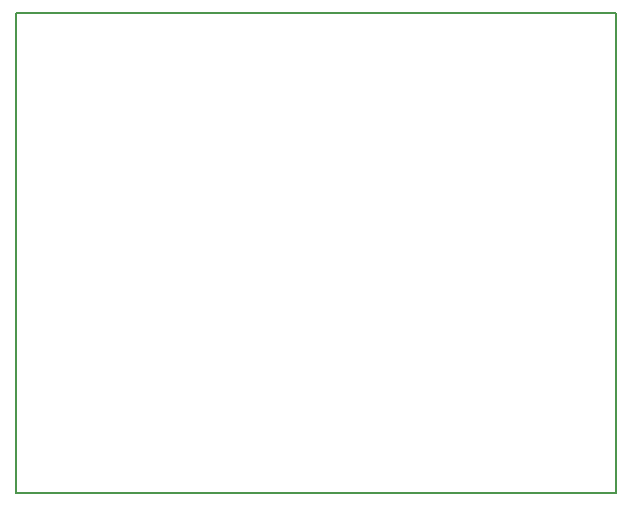
<source format=gbr>
G04 #@! TF.FileFunction,Profile,NP*
%FSLAX46Y46*%
G04 Gerber Fmt 4.6, Leading zero omitted, Abs format (unit mm)*
G04 Created by KiCad (PCBNEW 4.0.5+dfsg1-4) date Sun Apr 16 21:16:24 2017*
%MOMM*%
%LPD*%
G01*
G04 APERTURE LIST*
%ADD10C,0.100000*%
%ADD11C,0.150000*%
G04 APERTURE END LIST*
D10*
D11*
X142240000Y-35560000D02*
X142240000Y-76200000D01*
X193040000Y-35560000D02*
X142240000Y-35560000D01*
X193040000Y-76200000D02*
X193040000Y-35560000D01*
X142240000Y-76200000D02*
X193040000Y-76200000D01*
M02*

</source>
